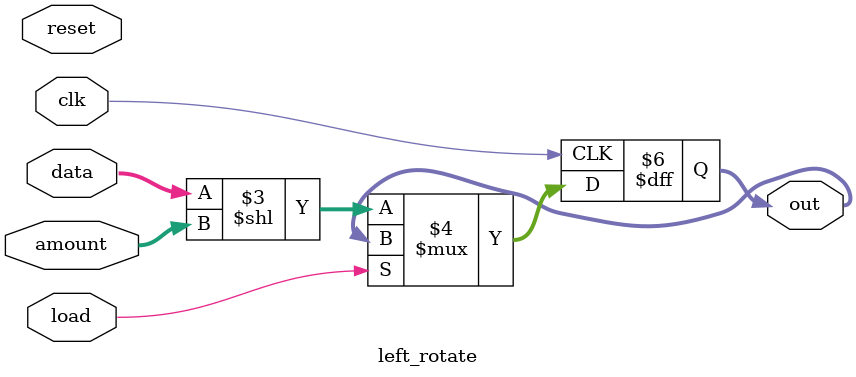
<source format=v>
module left_rotate(clk,reset,amount,data,load,out);
input clk,reset;
input [2:0] amount;
input [7:0] data;
input load;
output reg [7:0] out;
// when load is high, load data to out
// otherwise rotate the out register followed by left shift the out register by amount bits
// load is active low
always @(posedge clk)
begin
if (!load) begin
out <= data << amount;
end
end
endmodule

</source>
